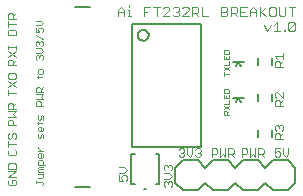
<source format=gto>
G75*
G70*
%OFA0B0*%
%FSLAX24Y24*%
%IPPOS*%
%LPD*%
%AMOC8*
5,1,8,0,0,1.08239X$1,22.5*
%
%ADD10C,0.0020*%
%ADD11C,0.0030*%
%ADD12C,0.0060*%
%ADD13C,0.0080*%
D10*
X000356Y000360D02*
X000543Y000360D01*
X000590Y000407D01*
X000590Y000500D01*
X000543Y000547D01*
X000450Y000547D01*
X000450Y000453D01*
X000356Y000360D02*
X000310Y000407D01*
X000310Y000500D01*
X000356Y000547D01*
X000310Y000636D02*
X000590Y000823D01*
X000310Y000823D01*
X000310Y000912D02*
X000310Y001053D01*
X000356Y001099D01*
X000543Y001099D01*
X000590Y001053D01*
X000590Y000912D01*
X000310Y000912D01*
X000310Y000636D02*
X000590Y000636D01*
X001260Y000513D02*
X001260Y000437D01*
X001260Y000475D02*
X001452Y000475D01*
X001490Y000437D01*
X001490Y000398D01*
X001452Y000360D01*
X001452Y000590D02*
X001337Y000590D01*
X001452Y000590D02*
X001490Y000629D01*
X001490Y000744D01*
X001337Y000744D01*
X001337Y000820D02*
X001337Y000859D01*
X001375Y000897D01*
X001337Y000935D01*
X001375Y000974D01*
X001490Y000974D01*
X001490Y001051D02*
X001490Y001166D01*
X001452Y001204D01*
X001375Y001204D01*
X001337Y001166D01*
X001337Y001051D01*
X001567Y001051D01*
X001490Y000897D02*
X001375Y000897D01*
X001337Y000820D02*
X001490Y000820D01*
X001452Y001281D02*
X001375Y001281D01*
X001337Y001319D01*
X001337Y001396D01*
X001375Y001434D01*
X001413Y001434D01*
X001413Y001281D01*
X001452Y001281D02*
X001490Y001319D01*
X001490Y001396D01*
X001490Y001511D02*
X001337Y001511D01*
X001413Y001511D02*
X001337Y001588D01*
X001337Y001626D01*
X001375Y001933D02*
X001337Y001971D01*
X001337Y002086D01*
X001413Y002048D02*
X001413Y001971D01*
X001375Y001933D01*
X001490Y001933D02*
X001490Y002048D01*
X001452Y002086D01*
X001413Y002048D01*
X001413Y002163D02*
X001413Y002317D01*
X001375Y002317D01*
X001337Y002278D01*
X001337Y002202D01*
X001375Y002163D01*
X001452Y002163D01*
X001490Y002202D01*
X001490Y002278D01*
X001452Y002432D02*
X001298Y002432D01*
X001337Y002470D02*
X001337Y002393D01*
X001452Y002432D02*
X001490Y002470D01*
X001490Y002547D02*
X001490Y002662D01*
X001452Y002700D01*
X001413Y002662D01*
X001413Y002585D01*
X001375Y002547D01*
X001337Y002585D01*
X001337Y002700D01*
X001413Y003007D02*
X001413Y003122D01*
X001375Y003161D01*
X001298Y003161D01*
X001260Y003122D01*
X001260Y003007D01*
X001490Y003007D01*
X001490Y003237D02*
X001260Y003237D01*
X001413Y003314D02*
X001490Y003391D01*
X001260Y003391D01*
X001260Y003468D02*
X001260Y003583D01*
X001298Y003621D01*
X001375Y003621D01*
X001413Y003583D01*
X001413Y003468D01*
X001413Y003544D02*
X001490Y003621D01*
X001490Y003468D02*
X001260Y003468D01*
X001413Y003314D02*
X001490Y003237D01*
X000590Y003099D02*
X000497Y003006D01*
X000497Y003053D02*
X000497Y002912D01*
X000590Y002912D02*
X000310Y002912D01*
X000310Y003053D01*
X000356Y003099D01*
X000450Y003099D01*
X000497Y003053D01*
X000590Y002823D02*
X000310Y002823D01*
X000497Y002730D02*
X000590Y002823D01*
X000497Y002730D02*
X000590Y002636D01*
X000310Y002636D01*
X000356Y002547D02*
X000450Y002547D01*
X000497Y002500D01*
X000497Y002360D01*
X000590Y002360D02*
X000310Y002360D01*
X000310Y002500D01*
X000356Y002547D01*
X000356Y002099D02*
X000310Y002053D01*
X000310Y001959D01*
X000356Y001912D01*
X000403Y001912D01*
X000450Y001959D01*
X000450Y002053D01*
X000497Y002099D01*
X000543Y002099D01*
X000590Y002053D01*
X000590Y001959D01*
X000543Y001912D01*
X000590Y001730D02*
X000310Y001730D01*
X000310Y001823D02*
X000310Y001636D01*
X000356Y001547D02*
X000310Y001500D01*
X000310Y001407D01*
X000356Y001360D01*
X000543Y001360D01*
X000590Y001407D01*
X000590Y001500D01*
X000543Y001547D01*
X000310Y003360D02*
X000310Y003547D01*
X000310Y003636D02*
X000590Y003823D01*
X000543Y003912D02*
X000590Y003959D01*
X000590Y004053D01*
X000543Y004099D01*
X000356Y004099D01*
X000310Y004053D01*
X000310Y003959D01*
X000356Y003912D01*
X000543Y003912D01*
X000310Y003823D02*
X000590Y003636D01*
X000590Y003453D02*
X000310Y003453D01*
X001298Y003966D02*
X001452Y003966D01*
X001490Y004005D01*
X001452Y004081D02*
X001375Y004081D01*
X001337Y004120D01*
X001337Y004197D01*
X001375Y004235D01*
X001452Y004235D01*
X001490Y004197D01*
X001490Y004120D01*
X001452Y004081D01*
X001337Y004005D02*
X001337Y003928D01*
X000590Y004360D02*
X000310Y004360D01*
X000310Y004500D01*
X000356Y004547D01*
X000450Y004547D01*
X000497Y004500D01*
X000497Y004360D01*
X000497Y004453D02*
X000590Y004547D01*
X000590Y004636D02*
X000310Y004823D01*
X000310Y004912D02*
X000310Y005006D01*
X000310Y004959D02*
X000590Y004959D01*
X000590Y004912D02*
X000590Y005006D01*
X000590Y004823D02*
X000310Y004636D01*
X001260Y004657D02*
X001260Y004580D01*
X001298Y004542D01*
X001375Y004619D02*
X001375Y004657D01*
X001413Y004695D01*
X001452Y004695D01*
X001490Y004657D01*
X001490Y004580D01*
X001452Y004542D01*
X001375Y004657D02*
X001337Y004695D01*
X001298Y004695D01*
X001260Y004657D01*
X001260Y004772D02*
X001413Y004772D01*
X001490Y004849D01*
X001413Y004926D01*
X001260Y004926D01*
X001298Y005002D02*
X001260Y005041D01*
X001260Y005117D01*
X001298Y005156D01*
X001337Y005156D01*
X001375Y005117D01*
X001413Y005156D01*
X001452Y005156D01*
X001490Y005117D01*
X001490Y005041D01*
X001452Y005002D01*
X001375Y005079D02*
X001375Y005117D01*
X001490Y005232D02*
X001260Y005386D01*
X001260Y005463D02*
X001375Y005463D01*
X001337Y005539D01*
X001337Y005578D01*
X001375Y005616D01*
X001452Y005616D01*
X001490Y005578D01*
X001490Y005501D01*
X001452Y005463D01*
X001260Y005463D02*
X001260Y005616D01*
X001260Y005693D02*
X001413Y005693D01*
X001490Y005770D01*
X001413Y005846D01*
X001260Y005846D01*
X000590Y005912D02*
X000310Y005912D01*
X000310Y006053D01*
X000356Y006099D01*
X000450Y006099D01*
X000497Y006053D01*
X000497Y005912D01*
X000497Y006006D02*
X000590Y006099D01*
X000310Y005823D02*
X000310Y005636D01*
X000356Y005547D02*
X000310Y005500D01*
X000310Y005360D01*
X000590Y005360D01*
X000590Y005500D01*
X000543Y005547D01*
X000356Y005547D01*
X000310Y005730D02*
X000590Y005730D01*
X006010Y001544D02*
X006057Y001590D01*
X006150Y001590D01*
X006197Y001544D01*
X006197Y001497D01*
X006150Y001450D01*
X006197Y001403D01*
X006197Y001357D01*
X006150Y001310D01*
X006057Y001310D01*
X006010Y001357D01*
X006103Y001450D02*
X006150Y001450D01*
X006286Y001403D02*
X006380Y001310D01*
X006473Y001403D01*
X006473Y001590D01*
X006562Y001544D02*
X006609Y001590D01*
X006703Y001590D01*
X006749Y001544D01*
X006749Y001497D01*
X006703Y001450D01*
X006749Y001403D01*
X006749Y001357D01*
X006703Y001310D01*
X006609Y001310D01*
X006562Y001357D01*
X006656Y001450D02*
X006703Y001450D01*
X007110Y001403D02*
X007250Y001403D01*
X007297Y001450D01*
X007297Y001544D01*
X007250Y001590D01*
X007110Y001590D01*
X007110Y001310D01*
X007386Y001310D02*
X007480Y001403D01*
X007573Y001310D01*
X007573Y001590D01*
X007662Y001590D02*
X007803Y001590D01*
X007849Y001544D01*
X007849Y001450D01*
X007803Y001403D01*
X007662Y001403D01*
X007756Y001403D02*
X007849Y001310D01*
X007662Y001310D02*
X007662Y001590D01*
X007386Y001590D02*
X007386Y001310D01*
X008110Y001310D02*
X008110Y001590D01*
X008250Y001590D01*
X008297Y001544D01*
X008297Y001450D01*
X008250Y001403D01*
X008110Y001403D01*
X008386Y001310D02*
X008480Y001403D01*
X008573Y001310D01*
X008573Y001590D01*
X008662Y001590D02*
X008803Y001590D01*
X008849Y001544D01*
X008849Y001450D01*
X008803Y001403D01*
X008662Y001403D01*
X008756Y001403D02*
X008849Y001310D01*
X008662Y001310D02*
X008662Y001590D01*
X008386Y001590D02*
X008386Y001310D01*
X009210Y001357D02*
X009257Y001310D01*
X009350Y001310D01*
X009397Y001357D01*
X009397Y001450D01*
X009350Y001497D01*
X009303Y001497D01*
X009210Y001450D01*
X009210Y001590D01*
X009397Y001590D01*
X009486Y001590D02*
X009486Y001403D01*
X009580Y001310D01*
X009673Y001403D01*
X009673Y001590D01*
X009490Y001910D02*
X009210Y001910D01*
X009210Y002050D01*
X009256Y002097D01*
X009350Y002097D01*
X009397Y002050D01*
X009397Y001910D01*
X009397Y002003D02*
X009490Y002097D01*
X009443Y002186D02*
X009490Y002233D01*
X009490Y002326D01*
X009443Y002373D01*
X009397Y002373D01*
X009350Y002326D01*
X009350Y002280D01*
X009350Y002326D02*
X009303Y002373D01*
X009256Y002373D01*
X009210Y002326D01*
X009210Y002233D01*
X009256Y002186D01*
X009210Y003010D02*
X009210Y003150D01*
X009256Y003197D01*
X009350Y003197D01*
X009397Y003150D01*
X009397Y003010D01*
X009490Y003010D02*
X009210Y003010D01*
X009397Y003103D02*
X009490Y003197D01*
X009490Y003286D02*
X009303Y003473D01*
X009256Y003473D01*
X009210Y003426D01*
X009210Y003333D01*
X009256Y003286D01*
X009490Y003286D02*
X009490Y003473D01*
X009490Y004310D02*
X009210Y004310D01*
X009210Y004450D01*
X009256Y004497D01*
X009350Y004497D01*
X009397Y004450D01*
X009397Y004310D01*
X009397Y004403D02*
X009490Y004497D01*
X009490Y004586D02*
X009490Y004773D01*
X009490Y004680D02*
X009210Y004680D01*
X009303Y004586D01*
X007690Y004562D02*
X007690Y004683D01*
X007690Y004747D02*
X007690Y004837D01*
X007660Y004867D01*
X007540Y004867D01*
X007510Y004837D01*
X007510Y004747D01*
X007690Y004747D01*
X007600Y004623D02*
X007600Y004562D01*
X007510Y004562D02*
X007690Y004562D01*
X007690Y004498D02*
X007690Y004378D01*
X007510Y004378D01*
X007510Y004314D02*
X007690Y004194D01*
X007690Y004314D02*
X007510Y004194D01*
X007510Y004130D02*
X007510Y004010D01*
X007510Y004070D02*
X007690Y004070D01*
X007510Y004562D02*
X007510Y004683D01*
X007540Y003567D02*
X007510Y003537D01*
X007510Y003447D01*
X007690Y003447D01*
X007690Y003537D01*
X007660Y003567D01*
X007540Y003567D01*
X007510Y003383D02*
X007510Y003262D01*
X007690Y003262D01*
X007690Y003383D01*
X007600Y003323D02*
X007600Y003262D01*
X007690Y003198D02*
X007690Y003078D01*
X007510Y003078D01*
X007510Y003014D02*
X007690Y002894D01*
X007690Y002830D02*
X007630Y002770D01*
X007630Y002800D02*
X007630Y002710D01*
X007690Y002710D02*
X007510Y002710D01*
X007510Y002800D01*
X007540Y002830D01*
X007600Y002830D01*
X007630Y002800D01*
X007510Y002894D02*
X007690Y003014D01*
X006286Y001590D02*
X006286Y001403D01*
X005790Y001003D02*
X005790Y000909D01*
X005743Y000862D01*
X005697Y000773D02*
X005510Y000773D01*
X005556Y000862D02*
X005510Y000909D01*
X005510Y001003D01*
X005556Y001049D01*
X005603Y001049D01*
X005650Y001003D01*
X005697Y001049D01*
X005743Y001049D01*
X005790Y001003D01*
X005650Y001003D02*
X005650Y000956D01*
X005697Y000773D02*
X005790Y000680D01*
X005697Y000586D01*
X005510Y000586D01*
X005556Y000497D02*
X005603Y000497D01*
X005650Y000450D01*
X005697Y000497D01*
X005743Y000497D01*
X005790Y000450D01*
X005790Y000357D01*
X005743Y000310D01*
X005650Y000403D02*
X005650Y000450D01*
X005556Y000497D02*
X005510Y000450D01*
X005510Y000357D01*
X005556Y000310D01*
X004290Y000557D02*
X004243Y000510D01*
X004290Y000557D02*
X004290Y000650D01*
X004243Y000697D01*
X004150Y000697D01*
X004103Y000650D01*
X004103Y000603D01*
X004150Y000510D01*
X004010Y000510D01*
X004010Y000697D01*
X004010Y000786D02*
X004197Y000786D01*
X004290Y000880D01*
X004197Y000973D01*
X004010Y000973D01*
D11*
X008972Y005490D02*
X009079Y005704D01*
X009187Y005704D02*
X009294Y005810D01*
X009294Y005490D01*
X009187Y005490D02*
X009401Y005490D01*
X009510Y005490D02*
X009510Y005543D01*
X009563Y005543D01*
X009563Y005490D01*
X009510Y005490D01*
X009671Y005543D02*
X009884Y005757D01*
X009884Y005543D01*
X009831Y005490D01*
X009724Y005490D01*
X009671Y005543D01*
X009671Y005757D01*
X009724Y005810D01*
X009831Y005810D01*
X009884Y005757D01*
X009790Y005990D02*
X009790Y006310D01*
X009684Y006310D02*
X009897Y006310D01*
X009575Y006310D02*
X009575Y006043D01*
X009521Y005990D01*
X009415Y005990D01*
X009361Y006043D01*
X009361Y006310D01*
X009252Y006257D02*
X009199Y006310D01*
X009092Y006310D01*
X009039Y006257D01*
X009039Y006043D01*
X009092Y005990D01*
X009199Y005990D01*
X009252Y006043D01*
X009252Y006257D01*
X008930Y006310D02*
X008717Y006097D01*
X008770Y006150D02*
X008930Y005990D01*
X008717Y005990D02*
X008717Y006310D01*
X008608Y006204D02*
X008608Y005990D01*
X008608Y006150D02*
X008394Y006150D01*
X008394Y006204D02*
X008501Y006310D01*
X008608Y006204D01*
X008394Y006204D02*
X008394Y005990D01*
X008286Y005990D02*
X008072Y005990D01*
X008072Y006310D01*
X008286Y006310D01*
X008179Y006150D02*
X008072Y006150D01*
X007963Y006150D02*
X007910Y006097D01*
X007750Y006097D01*
X007857Y006097D02*
X007963Y005990D01*
X007963Y006150D02*
X007963Y006257D01*
X007910Y006310D01*
X007750Y006310D01*
X007750Y005990D01*
X007641Y006043D02*
X007588Y005990D01*
X007428Y005990D01*
X007428Y006310D01*
X007588Y006310D01*
X007641Y006257D01*
X007641Y006204D01*
X007588Y006150D01*
X007428Y006150D01*
X007588Y006150D02*
X007641Y006097D01*
X007641Y006043D01*
X006997Y005990D02*
X006783Y005990D01*
X006783Y006310D01*
X006674Y006257D02*
X006674Y006150D01*
X006621Y006097D01*
X006461Y006097D01*
X006568Y006097D02*
X006674Y005990D01*
X006461Y005990D02*
X006461Y006310D01*
X006621Y006310D01*
X006674Y006257D01*
X006352Y006257D02*
X006352Y006204D01*
X006138Y005990D01*
X006352Y005990D01*
X006352Y006257D02*
X006299Y006310D01*
X006192Y006310D01*
X006138Y006257D01*
X006030Y006257D02*
X006030Y006204D01*
X005976Y006150D01*
X006030Y006097D01*
X006030Y006043D01*
X005976Y005990D01*
X005870Y005990D01*
X005816Y006043D01*
X005707Y005990D02*
X005494Y005990D01*
X005707Y006204D01*
X005707Y006257D01*
X005654Y006310D01*
X005547Y006310D01*
X005494Y006257D01*
X005385Y006310D02*
X005172Y006310D01*
X005278Y006310D02*
X005278Y005990D01*
X004956Y006150D02*
X004849Y006150D01*
X004849Y005990D02*
X004849Y006310D01*
X005063Y006310D01*
X004419Y005990D02*
X004312Y005990D01*
X004366Y005990D02*
X004366Y006204D01*
X004312Y006204D01*
X004204Y006204D02*
X004204Y005990D01*
X004204Y006150D02*
X003990Y006150D01*
X003990Y006204D02*
X004097Y006310D01*
X004204Y006204D01*
X004366Y006310D02*
X004366Y006364D01*
X003990Y006204D02*
X003990Y005990D01*
X005816Y006257D02*
X005870Y006310D01*
X005976Y006310D01*
X006030Y006257D01*
X005976Y006150D02*
X005923Y006150D01*
X008865Y005704D02*
X008972Y005490D01*
D12*
X009136Y004618D02*
X009136Y004382D01*
X008664Y004382D02*
X008664Y004618D01*
X008664Y003418D02*
X008664Y003182D01*
X009136Y003182D02*
X009136Y003418D01*
X009136Y002218D02*
X009136Y001982D01*
X008664Y001982D02*
X008664Y002218D01*
X006752Y001653D02*
X004448Y001653D01*
X004448Y005747D01*
X006752Y005747D01*
X006752Y001653D01*
X004651Y005363D02*
X004653Y005389D01*
X004659Y005415D01*
X004668Y005440D01*
X004681Y005463D01*
X004697Y005484D01*
X004716Y005502D01*
X004738Y005518D01*
X004761Y005530D01*
X004786Y005538D01*
X004812Y005543D01*
X004839Y005544D01*
X004865Y005541D01*
X004890Y005534D01*
X004915Y005524D01*
X004937Y005510D01*
X004958Y005493D01*
X004975Y005474D01*
X004990Y005452D01*
X005001Y005428D01*
X005009Y005402D01*
X005013Y005376D01*
X005013Y005350D01*
X005009Y005324D01*
X005001Y005298D01*
X004990Y005274D01*
X004975Y005252D01*
X004958Y005233D01*
X004937Y005216D01*
X004915Y005202D01*
X004890Y005192D01*
X004865Y005185D01*
X004839Y005182D01*
X004812Y005183D01*
X004786Y005188D01*
X004761Y005196D01*
X004738Y005208D01*
X004716Y005224D01*
X004697Y005242D01*
X004681Y005263D01*
X004668Y005286D01*
X004659Y005311D01*
X004653Y005337D01*
X004651Y005363D01*
D13*
X003050Y006300D02*
X002550Y006300D01*
X007819Y004467D02*
X008000Y004467D01*
X008092Y004345D01*
X008181Y004467D02*
X008000Y004467D01*
X007990Y004461D02*
X007914Y004345D01*
X008000Y003267D02*
X007819Y003267D01*
X007914Y003145D02*
X007990Y003261D01*
X008000Y003267D02*
X008092Y003145D01*
X008181Y003267D02*
X008000Y003267D01*
X005372Y001412D02*
X005254Y001412D01*
X005372Y001412D02*
X005372Y000388D01*
X005254Y000388D01*
X004939Y000231D02*
X004861Y000231D01*
X004546Y000388D02*
X004428Y000388D01*
X004428Y001412D01*
X004546Y001412D01*
X005900Y000950D02*
X006150Y001200D01*
X006650Y001200D01*
X006900Y000950D01*
X007150Y001200D01*
X007650Y001200D01*
X007900Y000950D01*
X008150Y001200D01*
X008650Y001200D01*
X008900Y000950D01*
X009150Y001200D01*
X009650Y001200D01*
X009900Y000950D01*
X009900Y000450D01*
X009650Y000200D01*
X009150Y000200D01*
X008900Y000450D01*
X008650Y000200D01*
X008150Y000200D01*
X007900Y000450D01*
X007650Y000200D01*
X007150Y000200D01*
X006900Y000450D01*
X006650Y000200D01*
X006150Y000200D01*
X005900Y000450D01*
X005900Y000950D01*
X003050Y000300D02*
X002550Y000300D01*
M02*

</source>
